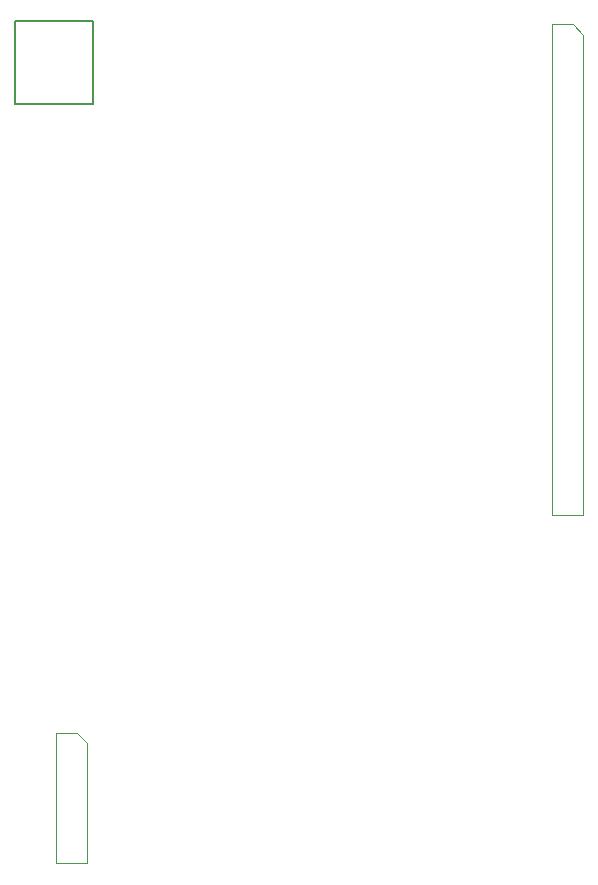
<source format=gbr>
G04 DipTrace 4.2.0.1*
G04 TopAssembly.gbr*
%MOIN*%
G04 #@! TF.FileFunction,Drawing,Top*
G04 #@! TF.Part,Single*
%ADD10C,0.004724*%
%ADD24C,0.005*%
%FSLAX26Y26*%
G04*
G70*
G90*
G75*
G01*
G04 TopAssy*
%LPD*%
X1745276Y1016404D2*
D10*
Y617323D1*
X1640551D1*
Y1051181D1*
X1710499D1*
X1745276Y1016404D1*
X1503937Y3424016D2*
D24*
X1763780D1*
Y3148425D1*
X1503937D1*
Y3424016D1*
X3398819Y3378609D2*
D10*
Y1779528D1*
X3294094D1*
Y3413386D1*
X3364042D1*
X3398819Y3378609D1*
M02*

</source>
